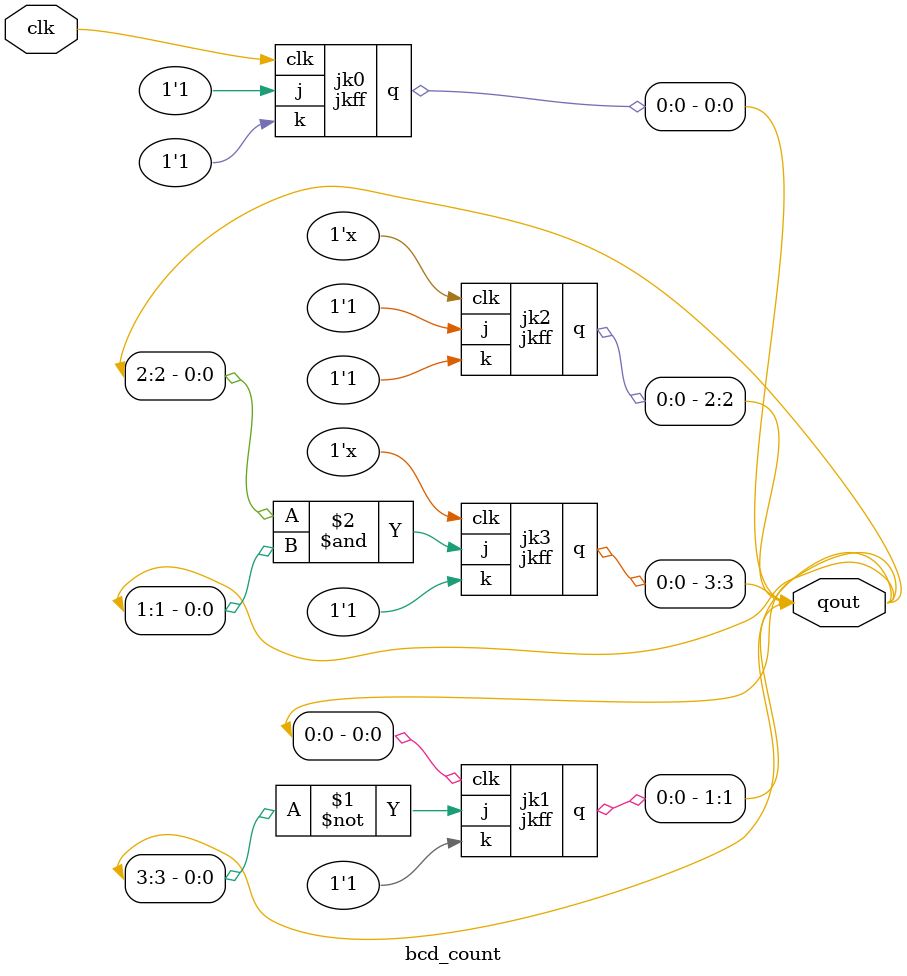
<source format=v>
module jkff (j, k, q, clk);

	input j, k, clk;
	output reg q;
	
	always @ (negedge clk)
		begin
			case ({j, k})
				2'b00: q<=q;
				2'b01:q<=1'b0;
				2'b10:q<=1'b1;
				2'b11:q<=~q;
			endcase
		end

endmodule

module bcd_count (qout, clk);

	input clk;
	output [3:0] qout;
	
	jkff jk0 (1'b1, 1'b1, qout[0], clk);
	jkff jk1 (~qout[3], 1'b1, qout[1], qout[0]);
	jkff jk2 (1'b1, 1'b1, qout[2], q[1]);
	jkff jk3 ((qout[2] & qout[1]), 1'b1, qout[3], q[0]);

endmodule

</source>
